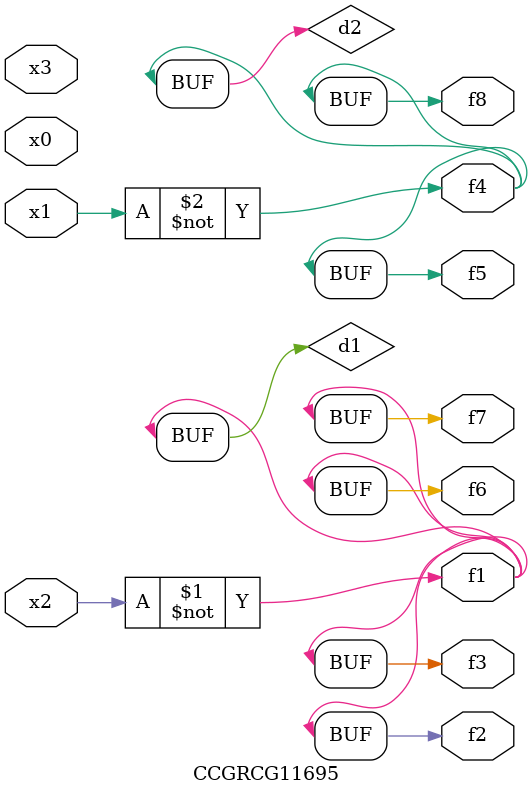
<source format=v>
module CCGRCG11695(
	input x0, x1, x2, x3,
	output f1, f2, f3, f4, f5, f6, f7, f8
);

	wire d1, d2;

	xnor (d1, x2);
	not (d2, x1);
	assign f1 = d1;
	assign f2 = d1;
	assign f3 = d1;
	assign f4 = d2;
	assign f5 = d2;
	assign f6 = d1;
	assign f7 = d1;
	assign f8 = d2;
endmodule

</source>
